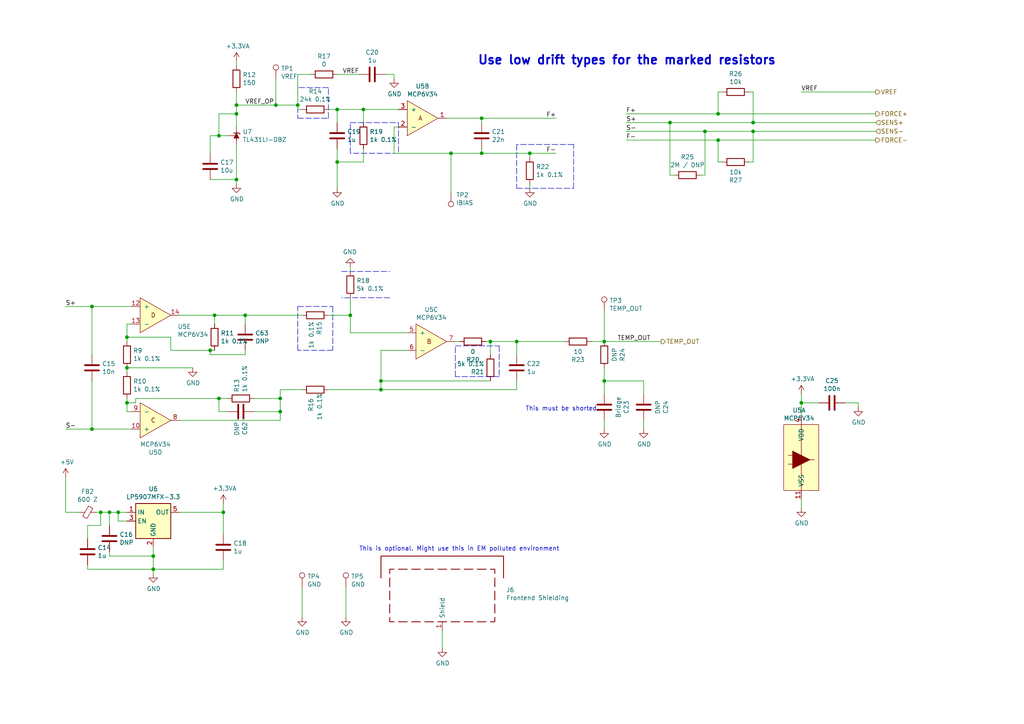
<source format=kicad_sch>
(kicad_sch (version 20211123) (generator eeschema)
  (paper "A4")
  (title_block (title "Reflow Oven Controller") (date "2020-02-18") (rev "v1.3.1") (company "Shimatta"))
  (lib_symbols
    (symbol "Connector:TestPoint" (pin_numbers hide) (pin_names (offset 0.762) hide)
      (property "Reference" "TP" (at 0 6.858 0))
      (property "Value" "TestPoint" (at 0 5.08 0))
      (symbol "TestPoint_0_1"
        (circle (center 0 3.302) (radius 0.762))
      )
      (symbol "TestPoint_1_1"
        (pin passive line (at 0 0 90) (length 2.54) (name "1") (number "1"))
      )
    )
    (symbol "Device:C" (pin_numbers hide) (pin_names (offset 0.254))
      (property "Reference" "C" (at 0.635 2.54 0))
      (property "Value" "C" (at 0.635 -2.54 0))
      (symbol "C_0_1"
        (polyline (pts (xy -2.032 -0.762) (xy 2.032 -0.762)) (stroke (width 0.508)))
        (polyline (pts (xy -2.032 0.762) (xy 2.032 0.762)) (stroke (width 0.508)))
      )
      (symbol "C_1_1"
        (pin passive line (at 0 3.81 270) (length 2.794) (name "~") (number "1"))
        (pin passive line (at 0 -3.81 90) (length 2.794) (name "~") (number "2"))
      )
    )
    (symbol "Device:Ferrite_Bead_Small" (pin_numbers hide) (pin_names (offset 0))
      (property "Reference" "FB" (at 1.905 1.27 0))
      (property "Value" "Device_Ferrite_Bead_Small" (at 1.905 -1.27 0))
      (symbol "Ferrite_Bead_Small_0_1"
        (polyline (pts (xy 0 -1.27) (xy 0 -0.7874)))
        (polyline (pts (xy 0 0.889) (xy 0 1.2954)))
        (polyline (pts (xy -1.8288 0.2794) (xy -1.1176 1.4986) (xy 1.8288 -0.2032) (xy 1.1176 -1.4224) (xy -1.8288 0.2794)))
      )
      (symbol "Ferrite_Bead_Small_1_1"
        (pin passive line (at 0 2.54 270) (length 1.27) (name "~") (number "1"))
        (pin passive line (at 0 -2.54 90) (length 1.27) (name "~") (number "2"))
      )
    )
    (symbol "Device:R" (pin_numbers hide) (pin_names (offset 0))
      (property "Reference" "R" (at 2.032 0 90))
      (property "Value" "R" (at 0 0 90))
      (symbol "R_0_1"
        (rectangle (start -1.016 -2.54) (end 1.016 2.54) (stroke (width 0.254)))
      )
      (symbol "R_1_1"
        (pin passive line (at 0 3.81 270) (length 1.27) (name "~") (number "1"))
        (pin passive line (at 0 -3.81 90) (length 1.27) (name "~") (number "2"))
      )
    )
    (symbol "Device:RF_Shield_Two_Pieces" (pin_names (offset 1.016))
      (property "Reference" "J" (at 0 5.08 0))
      (property "Value" "Device_RF_Shield_Two_Pieces" (at 0 2.54 0))
      (symbol "RF_Shield_Two_Pieces_0_1"
        (polyline (pts (xy -15.24 -5.08) (xy -15.24 -2.54)) (stroke (width 0.254)))
        (polyline (pts (xy -15.24 -1.27) (xy -15.24 1.27)) (stroke (width 0.254)))
        (polyline (pts (xy -15.24 2.54) (xy -15.24 5.08)) (stroke (width 0.254)))
        (polyline (pts (xy -12.7 7.62) (xy -10.16 7.62)) (stroke (width 0.254)))
        (polyline (pts (xy -10.16 -7.62) (xy -12.7 -7.62)) (stroke (width 0.254)))
        (polyline (pts (xy -6.35 -7.62) (xy -8.89 -7.62)) (stroke (width 0.254)))
        (polyline (pts (xy -6.35 7.62) (xy -8.89 7.62)) (stroke (width 0.254)))
        (polyline (pts (xy -2.54 -7.62) (xy -5.08 -7.62)) (stroke (width 0.254)))
        (polyline (pts (xy -2.54 7.62) (xy -5.08 7.62)) (stroke (width 0.254)))
        (polyline (pts (xy -1.27 -7.62) (xy 1.27 -7.62)) (stroke (width 0.254)))
        (polyline (pts (xy 1.27 7.62) (xy -1.27 7.62)) (stroke (width 0.254)))
        (polyline (pts (xy 2.54 -7.62) (xy 5.08 -7.62)) (stroke (width 0.254)))
        (polyline (pts (xy 5.08 7.62) (xy 2.54 7.62)) (stroke (width 0.254)))
        (polyline (pts (xy 6.35 -7.62) (xy 8.89 -7.62)) (stroke (width 0.254)))
        (polyline (pts (xy 8.89 7.62) (xy 6.35 7.62)) (stroke (width 0.254)))
        (polyline (pts (xy 10.16 -7.62) (xy 12.7 -7.62)) (stroke (width 0.254)))
        (polyline (pts (xy 12.7 7.62) (xy 10.16 7.62)) (stroke (width 0.254)))
        (polyline (pts (xy 15.24 -5.08) (xy 15.24 -2.54)) (stroke (width 0.254)))
        (polyline (pts (xy 15.24 -1.27) (xy 15.24 1.27)) (stroke (width 0.254)))
        (polyline (pts (xy 15.24 2.54) (xy 15.24 5.08)) (stroke (width 0.254)))
        (polyline (pts (xy -15.24 6.35) (xy -15.24 7.62) (xy -13.97 7.62)) (stroke (width 0.254)))
        (polyline (pts (xy -13.97 -7.62) (xy -15.24 -7.62) (xy -15.24 -6.35)) (stroke (width 0.254)))
        (polyline (pts (xy 13.97 -7.62) (xy 15.24 -7.62) (xy 15.24 -6.35)) (stroke (width 0.254)))
        (polyline (pts (xy 15.24 6.35) (xy 15.24 7.62) (xy 13.97 7.62)) (stroke (width 0.254)))
        (polyline (pts (xy -17.78 5.08) (xy -17.78 11.43) (xy 17.78 11.43) (xy 17.78 5.08)) (stroke (width 0.254)))
      )
      (symbol "RF_Shield_Two_Pieces_1_1"
        (pin passive line (at 0 -10.16 90) (length 2.54) (name "Shield") (number "1"))
      )
    )
    (symbol "Reference_Voltage:TL431DBZ" (pin_numbers hide) (pin_names hide)
      (property "Reference" "U" (at -2.54 2.54 0))
      (property "Value" "TL431DBZ" (at 0 -2.54 0))
      (symbol "TL431DBZ_0_1"
        (polyline (pts (xy -1.27 0) (xy 0 0) (xy 1.27 0)))
        (polyline (pts (xy -0.762 0.762) (xy 0.762 0) (xy -0.762 -0.762)) (fill (type outline)))
        (polyline (pts (xy 0.508 -1.016) (xy 0.762 -0.762) (xy 0.762 0.762) (xy 0.762 0.762)) (stroke (width 0.254)))
      )
      (symbol "TL431DBZ_1_1"
        (pin passive line (at 2.54 0 180) (length 2.54) (name "K") (number "1"))
        (pin passive line (at 0 2.54 270) (length 2.54) (name "REF") (number "2"))
        (pin passive line (at -2.54 0 0) (length 2.54) (name "A") (number "3"))
      )
    )
    (symbol "Regulator_Linear:LP5907MFX-3.3"
      (property "Reference" "U" (at -3.81 6.35 0))
      (property "Value" "LP5907MFX-3.3" (at 6.35 6.35 0))
      (symbol "LP5907MFX-3.3_0_1"
        (rectangle (start -5.08 -5.08) (end 5.08 5.08) (stroke (width 0.254)) (fill (type background)))
        (pin power_in line (at -7.62 2.54 0) (length 2.54) (name "IN") (number "1"))
        (pin power_in line (at 0 -7.62 90) (length 2.54) (name "GND") (number "2"))
        (pin input line (at -7.62 0 0) (length 2.54) (name "EN") (number "3"))
        (pin no_connect line (at 5.08 0 180) (length 2.54) hide (name "NC") (number "4"))
        (pin power_out line (at 7.62 2.54 180) (length 2.54) (name "OUT") (number "5"))
      )
    )
    (symbol "power:+3.3VA" (power) (pin_names (offset 0))
      (property "Value" "+3.3VA" (at 0 3.556 0))
      (symbol "+3.3VA_0_1"
        (polyline (pts (xy -0.762 1.27) (xy 0 2.54)))
        (polyline (pts (xy 0 0) (xy 0 2.54)))
        (polyline (pts (xy 0 2.54) (xy 0.762 1.27)))
      )
      (symbol "+3.3VA_1_1"
        (pin power_in line (at 0 0 90) (length 0) hide (name "+3.3VA") (number "1"))
      )
    )
    (symbol "power:+5V" (power) (pin_names (offset 0))
      (property "Value" "+5V" (at 0 3.556 0))
      (symbol "+5V_0_1"
        (polyline (pts (xy -0.762 1.27) (xy 0 2.54)))
        (polyline (pts (xy 0 0) (xy 0 2.54)))
        (polyline (pts (xy 0 2.54) (xy 0.762 1.27)))
      )
      (symbol "+5V_1_1"
        (pin power_in line (at 0 0 90) (length 0) hide (name "+5V") (number "1"))
      )
    )
    (symbol "power:GND" (power) (pin_names (offset 0))
      (property "Value" "GND" (at 0 -3.81 0))
      (symbol "GND_0_1"
        (polyline (pts (xy 0 0) (xy 0 -1.27) (xy 1.27 -1.27) (xy 0 -2.54) (xy -1.27 -1.27) (xy 0 -1.27)))
      )
      (symbol "GND_1_1"
        (pin power_in line (at 0 0 270) (length 0) hide (name "GND") (number "1"))
      )
    )
    (symbol "shimatta_analog:MCP6V34" (pin_names (offset 1.016))
      (property "Reference" "U" (at 11.43 -1.27 0))
      (property "Value" "MCP6V34" (at 12.7 1.27 0))
      (symbol "MCP6V34_1_1"
        (polyline (pts (xy 2.54 -11.43) (xy 1.27 -11.43)))
        (polyline (pts (xy 2.54 -8.89) (xy 1.27 -8.89)))
        (polyline (pts (xy 5.08 -11.43) (xy 5.08 -19.05)))
        (polyline (pts (xy 5.08 0) (xy 5.08 -8.89)))
        (polyline (pts (xy 7.62 -10.16) (xy 8.89 -10.16)))
        (polyline (pts (xy 2.54 -7.62) (xy 2.54 -11.43) (xy 2.54 -12.7) (xy 7.62 -10.16) (xy 2.54 -7.62)) (fill (type outline)))
        (rectangle (start 0 0) (end 10.16 -19.05) (fill (type background)))
        (pin power_in line (at 5.08 -21.59 90) (length 2.54) (name "VSS") (number "11"))
        (pin power_in line (at 5.08 2.54 270) (length 2.54) (name "VDD") (number "4"))
      )
      (symbol "MCP6V34_2_0"
        (text "A" (at 3.81 -5.08 0) (effects (font (size 1.27 1.27))))
      )
      (symbol "MCP6V34_2_1"
        (polyline (pts (xy 0 0) (xy 0 -10.16) (xy 8.89 -5.08) (xy 0 0)) (fill (type background)))
        (pin output line (at 11.43 -5.08 180) (length 2.54) (name "~") (number "1"))
        (pin input line (at -2.54 -7.62 0) (length 2.54) (name "-") (number "2"))
        (pin input line (at -2.54 -2.54 0) (length 2.54) (name "+") (number "3"))
      )
      (symbol "MCP6V34_3_0"
        (text "B" (at 3.81 -5.08 0) (effects (font (size 1.27 1.27))))
      )
      (symbol "MCP6V34_3_1"
        (polyline (pts (xy 0 0) (xy 0 -10.16) (xy 8.89 -5.08) (xy 0 0)) (fill (type background)))
        (pin input line (at -2.54 -2.54 0) (length 2.54) (name "+") (number "5"))
        (pin input line (at -2.54 -7.62 0) (length 2.54) (name "-") (number "6"))
        (pin output line (at 11.43 -5.08 180) (length 2.54) (name "~") (number "7"))
      )
      (symbol "MCP6V34_4_0"
        (text "C" (at 3.81 -5.08 0) (effects (font (size 1.27 1.27))))
      )
      (symbol "MCP6V34_4_1"
        (polyline (pts (xy 0 0) (xy 0 -10.16) (xy 8.89 -5.08) (xy 0 0)) (fill (type background)))
        (pin input line (at -2.54 -2.54 0) (length 2.54) (name "+") (number "10"))
        (pin output line (at 11.43 -5.08 180) (length 2.54) (name "~") (number "8"))
        (pin input line (at -2.54 -7.62 0) (length 2.54) (name "-") (number "9"))
      )
      (symbol "MCP6V34_5_0"
        (text "D" (at 3.81 -5.08 0) (effects (font (size 1.27 1.27))))
      )
      (symbol "MCP6V34_5_1"
        (polyline (pts (xy 0 0) (xy 0 -10.16) (xy 8.89 -5.08) (xy 0 0)) (fill (type background)))
        (pin input line (at -2.54 -2.54 0) (length 2.54) (name "+") (number "12"))
        (pin input line (at -2.54 -7.62 0) (length 2.54) (name "-") (number "13"))
        (pin output line (at 11.43 -5.08 180) (length 2.54) (name "~") (number "14"))
      )
    )
  )
  (junction (at 26.67 124.46))
  (junction (at 68.58 33.02))
  (junction (at 64.77 148.59))
  (junction (at 34.29 148.59))
  (junction (at 44.45 161.29))
  (junction (at 81.28 119.38))
  (junction (at 62.23 91.44))
  (junction (at 31.75 148.59))
  (junction (at 36.83 106.68))
  (junction (at 63.5 115.57))
  (junction (at 218.44 35.56))
  (junction (at 97.79 46.99))
  (junction (at 63.5 39.37))
  (junction (at 101.6 91.44))
  (junction (at 139.7 44.45))
  (junction (at 105.41 31.75))
  (junction (at 204.47 38.1))
  (junction (at 68.58 52.07))
  (junction (at 149.86 99.06))
  (junction (at 130.81 44.45))
  (junction (at 71.12 91.44))
  (junction (at 110.49 110.49))
  (junction (at 36.83 116.84))
  (junction (at 26.67 88.9))
  (junction (at 68.58 30.48))
  (junction (at 175.26 99.06))
  (junction (at 36.83 97.79))
  (junction (at 139.7 34.29))
  (junction (at 29.21 148.59))
  (junction (at 153.67 44.45))
  (junction (at 110.49 113.03))
  (junction (at 142.24 99.06))
  (junction (at 218.44 38.1))
  (junction (at 81.28 115.57))
  (junction (at 80.01 30.48))
  (junction (at 60.96 101.6))
  (junction (at 97.79 31.75))
  (junction (at 175.26 110.49))
  (junction (at 194.31 35.56))
  (junction (at 208.28 40.64))
  (junction (at 86.36 30.48))
  (junction (at 208.28 33.02))
  (junction (at 232.41 116.84))
  (junction (at 44.45 165.1))
  (wire (pts (xy 209.55 26.67) (xy 208.28 26.67)))
  (wire (pts (xy 132.08 99.06) (xy 133.35 99.06)))
  (wire (pts (xy 19.05 124.46) (xy 26.67 124.46)))
  (wire (pts (xy 25.4 163.83) (xy 25.4 165.1)))
  (wire (pts (xy 129.54 34.29) (xy 139.7 34.29)))
  (polyline (pts (xy 166.37 54.61) (xy 166.37 41.91)))
  (wire (pts (xy 114.3 22.86) (xy 114.3 21.59)))
  (wire (pts (xy 52.07 121.92) (xy 81.28 121.92)))
  (wire (pts (xy 130.81 44.45) (xy 139.7 44.45)))
  (wire (pts (xy 62.23 91.44) (xy 71.12 91.44)))
  (wire (pts (xy 97.79 31.75) (xy 105.41 31.75)))
  (wire (pts (xy 71.12 101.6) (xy 71.12 102.87)))
  (wire (pts (xy 19.05 148.59) (xy 22.86 148.59)))
  (wire (pts (xy 86.36 30.48) (xy 86.36 21.59)))
  (wire (pts (xy 68.58 33.02) (xy 68.58 36.83)))
  (wire (pts (xy 29.21 148.59) (xy 29.21 152.4)))
  (polyline (pts (xy 113.03 86.36) (xy 99.06 86.36)))
  (wire (pts (xy 52.07 148.59) (xy 64.77 148.59)))
  (wire (pts (xy 110.49 110.49) (xy 110.49 101.6)))
  (wire (pts (xy 29.21 152.4) (xy 25.4 152.4)))
  (wire (pts (xy 186.69 114.3) (xy 186.69 110.49)))
  (wire (pts (xy 27.94 148.59) (xy 29.21 148.59)))
  (wire (pts (xy 142.24 102.87) (xy 142.24 99.06)))
  (wire (pts (xy 34.29 148.59) (xy 36.83 148.59)))
  (polyline (pts (xy 132.08 109.22) (xy 132.08 100.33)))
  (wire (pts (xy 203.2 50.8) (xy 204.47 50.8)))
  (wire (pts (xy 105.41 31.75) (xy 105.41 35.56)))
  (wire (pts (xy 175.26 114.3) (xy 175.26 110.49)))
  (polyline (pts (xy 115.57 44.45) (xy 101.6 44.45)))
  (wire (pts (xy 218.44 46.99) (xy 217.17 46.99)))
  (wire (pts (xy 36.83 107.95) (xy 36.83 106.68)))
  (polyline (pts (xy 101.6 44.45) (xy 101.6 35.56)))
  (wire (pts (xy 71.12 93.98) (xy 71.12 91.44)))
  (wire (pts (xy 63.5 39.37) (xy 63.5 33.02)))
  (wire (pts (xy 39.37 115.57) (xy 63.5 115.57)))
  (wire (pts (xy 62.23 101.6) (xy 60.96 101.6)))
  (wire (pts (xy 95.25 91.44) (xy 101.6 91.44)))
  (wire (pts (xy 105.41 46.99) (xy 97.79 46.99)))
  (wire (pts (xy 68.58 52.07) (xy 68.58 53.34)))
  (wire (pts (xy 36.83 151.13) (xy 34.29 151.13)))
  (wire (pts (xy 110.49 113.03) (xy 110.49 110.49)))
  (wire (pts (xy 38.1 93.98) (xy 36.83 93.98)))
  (wire (pts (xy 64.77 148.59) (xy 64.77 146.05)))
  (wire (pts (xy 218.44 35.56) (xy 254 35.56)))
  (wire (pts (xy 60.96 39.37) (xy 63.5 39.37)))
  (wire (pts (xy 175.26 99.06) (xy 191.77 99.06)))
  (wire (pts (xy 68.58 17.78) (xy 68.58 19.05)))
  (wire (pts (xy 149.86 102.87) (xy 149.86 99.06)))
  (wire (pts (xy 80.01 22.86) (xy 80.01 30.48)))
  (wire (pts (xy 149.86 113.03) (xy 110.49 113.03)))
  (wire (pts (xy 217.17 26.67) (xy 218.44 26.67)))
  (wire (pts (xy 73.66 119.38) (xy 81.28 119.38)))
  (wire (pts (xy 25.4 152.4) (xy 25.4 156.21)))
  (wire (pts (xy 19.05 138.43) (xy 19.05 148.59)))
  (wire (pts (xy 31.75 160.02) (xy 31.75 161.29)))
  (wire (pts (xy 39.37 116.84) (xy 39.37 115.57)))
  (wire (pts (xy 204.47 38.1) (xy 204.47 50.8)))
  (wire (pts (xy 60.96 102.87) (xy 60.96 101.6)))
  (wire (pts (xy 60.96 52.07) (xy 68.58 52.07)))
  (wire (pts (xy 95.25 113.03) (xy 110.49 113.03)))
  (wire (pts (xy 153.67 54.61) (xy 153.67 53.34)))
  (wire (pts (xy 64.77 148.59) (xy 64.77 154.94)))
  (wire (pts (xy 186.69 121.92) (xy 186.69 124.46)))
  (wire (pts (xy 175.26 121.92) (xy 175.26 124.46)))
  (wire (pts (xy 100.33 170.18) (xy 100.33 179.07)))
  (wire (pts (xy 153.67 44.45) (xy 161.29 44.45)))
  (wire (pts (xy 19.05 88.9) (xy 26.67 88.9)))
  (polyline (pts (xy 115.57 35.56) (xy 115.57 44.45)))
  (wire (pts (xy 181.61 35.56) (xy 194.31 35.56)))
  (wire (pts (xy 101.6 91.44) (xy 101.6 96.52)))
  (wire (pts (xy 29.21 148.59) (xy 31.75 148.59)))
  (wire (pts (xy 60.96 101.6) (xy 49.53 101.6)))
  (wire (pts (xy 31.75 148.59) (xy 34.29 148.59)))
  (wire (pts (xy 248.92 116.84) (xy 248.92 118.11)))
  (wire (pts (xy 139.7 35.56) (xy 139.7 34.29)))
  (wire (pts (xy 153.67 44.45) (xy 153.67 45.72)))
  (wire (pts (xy 86.36 21.59) (xy 90.17 21.59)))
  (polyline (pts (xy 96.52 101.6) (xy 86.36 101.6)))
  (wire (pts (xy 194.31 35.56) (xy 218.44 35.56)))
  (wire (pts (xy 34.29 151.13) (xy 34.29 148.59)))
  (wire (pts (xy 105.41 43.18) (xy 105.41 46.99)))
  (wire (pts (xy 86.36 31.75) (xy 87.63 31.75)))
  (wire (pts (xy 87.63 113.03) (xy 81.28 113.03)))
  (wire (pts (xy 52.07 91.44) (xy 62.23 91.44)))
  (wire (pts (xy 63.5 39.37) (xy 66.04 39.37)))
  (wire (pts (xy 97.79 21.59) (xy 104.14 21.59)))
  (wire (pts (xy 139.7 43.18) (xy 139.7 44.45)))
  (wire (pts (xy 171.45 99.06) (xy 175.26 99.06)))
  (wire (pts (xy 26.67 124.46) (xy 38.1 124.46)))
  (wire (pts (xy 64.77 165.1) (xy 44.45 165.1)))
  (wire (pts (xy 36.83 97.79) (xy 36.83 99.06)))
  (wire (pts (xy 63.5 119.38) (xy 63.5 115.57)))
  (wire (pts (xy 44.45 158.75) (xy 44.45 161.29)))
  (wire (pts (xy 149.86 110.49) (xy 149.86 113.03)))
  (wire (pts (xy 114.3 36.83) (xy 114.3 44.45)))
  (wire (pts (xy 204.47 38.1) (xy 218.44 38.1)))
  (wire (pts (xy 110.49 110.49) (xy 142.24 110.49)))
  (wire (pts (xy 49.53 97.79) (xy 36.83 97.79)))
  (wire (pts (xy 101.6 91.44) (xy 101.6 86.36)))
  (wire (pts (xy 86.36 31.75) (xy 86.36 30.48)))
  (wire (pts (xy 208.28 26.67) (xy 208.28 33.02)))
  (wire (pts (xy 64.77 162.56) (xy 64.77 165.1)))
  (polyline (pts (xy 86.36 88.9) (xy 96.52 88.9)))
  (wire (pts (xy 186.69 110.49) (xy 175.26 110.49)))
  (wire (pts (xy 26.67 110.49) (xy 26.67 124.46)))
  (wire (pts (xy 101.6 78.74) (xy 101.6 77.47)))
  (wire (pts (xy 232.41 147.32) (xy 232.41 144.78)))
  (wire (pts (xy 97.79 54.61) (xy 97.79 46.99)))
  (wire (pts (xy 209.55 46.99) (xy 208.28 46.99)))
  (wire (pts (xy 175.26 90.17) (xy 175.26 99.06)))
  (wire (pts (xy 110.49 101.6) (xy 118.11 101.6)))
  (wire (pts (xy 68.58 26.67) (xy 68.58 30.48)))
  (polyline (pts (xy 149.86 41.91) (xy 149.86 54.61)))
  (wire (pts (xy 194.31 50.8) (xy 195.58 50.8)))
  (wire (pts (xy 26.67 102.87) (xy 26.67 88.9)))
  (wire (pts (xy 194.31 35.56) (xy 194.31 50.8)))
  (wire (pts (xy 36.83 116.84) (xy 36.83 119.38)))
  (wire (pts (xy 181.61 38.1) (xy 204.47 38.1)))
  (polyline (pts (xy 95.25 25.4) (xy 86.36 25.4)))
  (wire (pts (xy 66.04 119.38) (xy 63.5 119.38)))
  (wire (pts (xy 68.58 41.91) (xy 68.58 52.07)))
  (wire (pts (xy 245.11 116.84) (xy 248.92 116.84)))
  (wire (pts (xy 114.3 44.45) (xy 130.81 44.45)))
  (polyline (pts (xy 132.08 100.33) (xy 144.78 100.33)))
  (polyline (pts (xy 86.36 24.13) (xy 86.36 34.29)))
  (wire (pts (xy 80.01 30.48) (xy 86.36 30.48)))
  (wire (pts (xy 26.67 88.9) (xy 38.1 88.9)))
  (wire (pts (xy 232.41 116.84) (xy 237.49 116.84)))
  (wire (pts (xy 208.28 40.64) (xy 254 40.64)))
  (wire (pts (xy 81.28 115.57) (xy 81.28 119.38)))
  (polyline (pts (xy 99.06 78.74) (xy 113.03 78.74)))
  (wire (pts (xy 87.63 170.18) (xy 87.63 179.07)))
  (wire (pts (xy 36.83 106.68) (xy 55.88 106.68)))
  (wire (pts (xy 149.86 99.06) (xy 163.83 99.06)))
  (wire (pts (xy 71.12 102.87) (xy 60.96 102.87)))
  (wire (pts (xy 25.4 165.1) (xy 44.45 165.1)))
  (wire (pts (xy 97.79 46.99) (xy 97.79 43.18)))
  (wire (pts (xy 101.6 96.52) (xy 118.11 96.52)))
  (polyline (pts (xy 86.36 101.6) (xy 86.36 88.9)))
  (wire (pts (xy 232.41 120.65) (xy 232.41 116.84)))
  (wire (pts (xy 218.44 26.67) (xy 218.44 35.56)))
  (wire (pts (xy 60.96 44.45) (xy 60.96 39.37)))
  (wire (pts (xy 218.44 38.1) (xy 218.44 46.99)))
  (polyline (pts (xy 96.52 88.9) (xy 96.52 101.6)))
  (wire (pts (xy 44.45 161.29) (xy 44.45 165.1)))
  (wire (pts (xy 36.83 115.57) (xy 36.83 116.84)))
  (polyline (pts (xy 86.36 34.29) (xy 95.25 34.29)))
  (wire (pts (xy 68.58 30.48) (xy 80.01 30.48)))
  (wire (pts (xy 139.7 44.45) (xy 153.67 44.45)))
  (wire (pts (xy 97.79 35.56) (xy 97.79 31.75)))
  (wire (pts (xy 128.27 182.88) (xy 128.27 187.96)))
  (wire (pts (xy 73.66 115.57) (xy 81.28 115.57)))
  (wire (pts (xy 139.7 34.29) (xy 161.29 34.29)))
  (wire (pts (xy 71.12 91.44) (xy 87.63 91.44)))
  (polyline (pts (xy 166.37 41.91) (xy 149.86 41.91)))
  (polyline (pts (xy 144.78 109.22) (xy 132.08 109.22)))
  (wire (pts (xy 44.45 165.1) (xy 44.45 166.37)))
  (wire (pts (xy 232.41 116.84) (xy 232.41 114.3)))
  (polyline (pts (xy 144.78 100.33) (xy 144.78 109.22)))
  (wire (pts (xy 181.61 33.02) (xy 208.28 33.02)))
  (wire (pts (xy 95.25 31.75) (xy 97.79 31.75)))
  (polyline (pts (xy 149.86 54.61) (xy 166.37 54.61)))
  (polyline (pts (xy 101.6 35.56) (xy 115.57 35.56)))
  (wire (pts (xy 115.57 36.83) (xy 114.3 36.83)))
  (wire (pts (xy 81.28 113.03) (xy 81.28 115.57)))
  (wire (pts (xy 218.44 38.1) (xy 254 38.1)))
  (wire (pts (xy 232.41 26.67) (xy 254 26.67)))
  (wire (pts (xy 36.83 116.84) (xy 39.37 116.84)))
  (wire (pts (xy 130.81 55.88) (xy 130.81 44.45)))
  (wire (pts (xy 175.26 110.49) (xy 175.26 106.68)))
  (wire (pts (xy 105.41 31.75) (xy 115.57 31.75)))
  (wire (pts (xy 49.53 101.6) (xy 49.53 97.79)))
  (wire (pts (xy 36.83 119.38) (xy 38.1 119.38)))
  (wire (pts (xy 114.3 21.59) (xy 111.76 21.59)))
  (wire (pts (xy 31.75 148.59) (xy 31.75 152.4)))
  (wire (pts (xy 208.28 46.99) (xy 208.28 40.64)))
  (polyline (pts (xy 95.25 34.29) (xy 95.25 25.4)))
  (wire (pts (xy 63.5 33.02) (xy 68.58 33.02)))
  (wire (pts (xy 63.5 115.57) (xy 66.04 115.57)))
  (wire (pts (xy 142.24 99.06) (xy 149.86 99.06)))
  (wire (pts (xy 81.28 119.38) (xy 81.28 121.92)))
  (wire (pts (xy 208.28 33.02) (xy 254 33.02)))
  (wire (pts (xy 140.97 99.06) (xy 142.24 99.06)))
  (wire (pts (xy 36.83 93.98) (xy 36.83 97.79)))
  (wire (pts (xy 68.58 30.48) (xy 68.58 33.02)))
  (wire (pts (xy 62.23 93.98) (xy 62.23 91.44)))
  (wire (pts (xy 181.61 40.64) (xy 208.28 40.64)))
  (wire (pts (xy 31.75 161.29) (xy 44.45 161.29)))
  (text "This is optional. Might use this in EM polluted environment" (at 104.14 160.02 0) (effects (font (size 1.27 1.27)) (justify left bottom)))
  (text "Use low drift types for the marked resistors" (at 138.43 19.05 0) (effects (font (size 2.54 2.54) (thickness 0.508) bold) (justify left bottom)))
  (text "This must be shorted\n" (at 152.4 119.38 0) (effects (font (size 1.27 1.27)) (justify left bottom)))
  (label "F-" (at 161.29 44.45 180))
  (label "F-" (at 181.61 40.64 0))
  (label "VREF_OP" (at 71.12 30.48 0))
  (label "VREF" (at 104.14 21.59 180))
  (label "TEMP_OUT" (at 179.07 99.06 0))
  (label "F+" (at 181.61 33.02 0))
  (label "S+" (at 181.61 35.56 0))
  (label "F+" (at 161.29 34.29 180))
  (label "S+" (at 19.05 88.9 0))
  (label "S-" (at 19.05 124.46 0))
  (label "VREF" (at 232.41 26.67 0))
  (label "S-" (at 181.61 38.1 0))
  (hierarchical_label "VREF" (shape output) (at 254 26.67 0))
  (hierarchical_label "SENS+" (shape input) (at 254 35.56 0))
  (hierarchical_label "TEMP_OUT" (shape output) (at 191.77 99.06 0))
  (hierarchical_label "FORCE+" (shape output) (at 254 33.02 0))
  (hierarchical_label "SENS-" (shape input) (at 254 38.1 0))
  (hierarchical_label "FORCE-" (shape output) (at 254 40.64 0))
  (symbol (lib_id "Device:R") (at 153.67 49.53 0) (unit 1)
    (property "Reference" "R22" (at 155.448 48.3616 0) (effects (justify left)))
    (property "Value" "1k 0.1%" (at 155.448 50.673 0) (effects (justify left)))
    (property "Footprint" "Resistor_SMD:R_0603_1608Metric" (effects hide))
    (property "Datasheet" "https://www.mouser.de/datasheet/2/303/APC-1-15.34-911303.pdf" (effects hide))
    (property "MouserPartNo" "284-APC0603B1K00N" (effects hide))
  )
  (symbol (lib_id "power:GND") (at 153.67 54.61 0) (unit 1)
    (property "Reference" "#PWR045" (effects hide))
    (property "Value" "GND" (at 153.797 59.0042 0))
  )
  (symbol (lib_id "Device:C") (at 241.3 116.84 270) (unit 1)
    (property "Reference" "C25" (at 241.3 110.4392 90))
    (property "Value" "100n" (at 241.3 112.7506 90))
    (property "Footprint" "Capacitor_SMD:C_0603_1608Metric" (effects hide))
    (property "Datasheet" "https://www.mouser.de/datasheet/2/40/AutoMLCC-777028.pdf" (effects hide))
    (property "MouserPartNo" "581-06031C104K4T2A" (effects hide))
  )
  (symbol (lib_id "power:GND") (at 248.92 118.11 0) (unit 1)
    (property "Reference" "#PWR050" (effects hide))
    (property "Value" "GND" (at 249.047 122.5042 0))
  )
  (symbol (lib_id "Device:C") (at 139.7 39.37 0) (unit 1)
    (property "Reference" "C21" (at 142.621 38.2016 0) (effects (justify left)))
    (property "Value" "22n" (at 142.621 40.513 0) (effects (justify left)))
    (property "Footprint" "Capacitor_SMD:C_0603_1608Metric" (effects hide))
    (property "Datasheet" "https://www.mouser.de/datasheet/2/40/X7RDielectric-777024.pdf" (effects hide))
    (property "MouserPartNo" "581-0603ZC223KAT2A" (effects hide))
  )
  (symbol (lib_id "Device:R") (at 68.58 22.86 0) (unit 1)
    (property "Reference" "R12" (at 70.358 21.6916 0) (effects (justify left)))
    (property "Value" "150" (at 70.358 24.003 0) (effects (justify left)))
    (property "Footprint" "Resistor_SMD:R_0603_1608Metric" (effects hide))
  )
  (symbol (lib_id "power:GND") (at 68.58 53.34 0) (unit 1)
    (property "Reference" "#PWR040" (effects hide))
    (property "Value" "GND" (at 68.707 57.7342 0))
  )
  (symbol (lib_id "Device:C") (at 97.79 39.37 0) (unit 1)
    (property "Reference" "C19" (at 100.711 38.2016 0) (effects (justify left)))
    (property "Value" "1u" (at 100.711 40.513 0) (effects (justify left)))
    (property "Footprint" "Capacitor_SMD:C_0603_1608Metric" (effects hide))
    (property "Datasheet" "https://www.mouser.de/datasheet/2/212/KEM_C1002_X7R_SMD-1102033.pdf" (effects hide))
    (property "MouserPartNo" "80-C0603C105K4RLR" (effects hide))
  )
  (symbol (lib_id "Device:R") (at 91.44 31.75 270) (unit 1)
    (property "Reference" "R14" (at 91.44 26.4922 90))
    (property "Value" "24k 0.1%" (at 91.44 28.8036 90))
    (property "Footprint" "Resistor_SMD:R_0603_1608Metric" (effects hide))
    (property "Datasheet" "https://www.mouser.de/datasheet/2/418/4/NG_DS_1773270-2_A-1534319.pdf" (effects hide))
    (property "MouserPartNo" "279-RQ73C1J24K9BTDF" (effects hide))
  )
  (symbol (lib_id "Device:R") (at 105.41 39.37 0) (unit 1)
    (property "Reference" "R19" (at 107.188 38.2016 0) (effects (justify left)))
    (property "Value" "1k 0.1%" (at 107.188 40.513 0) (effects (justify left)))
    (property "Footprint" "Resistor_SMD:R_0603_1608Metric" (effects hide))
    (property "Datasheet" "https://www.mouser.de/datasheet/2/303/APC-1-15.34-911303.pdf" (effects hide))
    (property "MouserPartNo" "284-APC0603B1K00N" (effects hide))
  )
  (symbol (lib_id "Device:R") (at 93.98 21.59 270) (unit 1)
    (property "Reference" "R17" (at 93.98 16.3322 90))
    (property "Value" "0" (at 93.98 18.6436 90))
    (property "Footprint" "Resistor_SMD:R_0603_1608Metric" (effects hide))
  )
  (symbol (lib_id "Device:C") (at 107.95 21.59 270) (unit 1)
    (property "Reference" "C20" (at 107.95 15.1892 90))
    (property "Value" "1u" (at 107.95 17.5006 90))
    (property "Footprint" "Capacitor_SMD:C_0603_1608Metric" (effects hide))
    (property "Datasheet" "https://www.mouser.de/datasheet/2/212/KEM_C1002_X7R_SMD-1102033.pdf" (effects hide))
    (property "MouserPartNo" "80-C0603C105K4RLR" (effects hide))
  )
  (symbol (lib_id "power:GND") (at 114.3 22.86 0) (unit 1)
    (property "Reference" "#PWR043" (effects hide))
    (property "Value" "GND" (at 114.427 27.2542 0))
  )
  (symbol (lib_id "Device:R") (at 175.26 102.87 180) (unit 1)
    (property "Reference" "R24" (at 180.5178 102.87 90))
    (property "Value" "DNP" (at 178.2064 102.87 90))
    (property "Footprint" "Resistor_SMD:R_0603_1608Metric" (effects hide))
  )
  (symbol (lib_id "power:GND") (at 97.79 54.61 0) (unit 1)
    (property "Reference" "#PWR041" (effects hide))
    (property "Value" "GND" (at 97.917 59.0042 0))
  )
  (symbol (lib_id "Device:C") (at 26.67 106.68 0) (unit 1)
    (property "Reference" "C15" (at 29.591 105.5116 0) (effects (justify left)))
    (property "Value" "10n" (at 29.591 107.823 0) (effects (justify left)))
    (property "Footprint" "Capacitor_SMD:C_0603_1608Metric" (effects hide))
    (property "Datasheet" "https://www.mouser.de/datasheet/2/40/licc-776614.pdf" (effects hide))
    (property "MouserPartNo" "581-03063C103K4T2A" (effects hide))
  )
  (symbol (lib_id "Device:C") (at 175.26 118.11 0) (unit 1)
    (property "Reference" "C23" (at 181.6608 118.11 90))
    (property "Value" "Bridge" (at 179.3494 118.11 90))
    (property "Footprint" "Capacitor_SMD:C_0603_1608Metric" (effects hide))
  )
  (symbol (lib_id "power:GND") (at 175.26 124.46 0) (unit 1)
    (property "Reference" "#PWR046" (effects hide))
    (property "Value" "GND" (at 175.387 128.8542 0))
  )
  (symbol (lib_id "Device:R") (at 36.83 111.76 0) (unit 1)
    (property "Reference" "R10" (at 38.608 110.5916 0) (effects (justify left)))
    (property "Value" "1k 0.1%" (at 38.608 112.903 0) (effects (justify left)))
    (property "Footprint" "Resistor_SMD:R_0603_1608Metric" (effects hide))
    (property "Datasheet" "https://www.mouser.de/datasheet/2/303/APC-1-15.34-911303.pdf" (effects hide))
    (property "MouserPartNo" "284-APC0603B1K00N" (effects hide))
  )
  (symbol (lib_id "Device:R") (at 36.83 102.87 0) (unit 1)
    (property "Reference" "R9" (at 38.608 101.7016 0) (effects (justify left)))
    (property "Value" "1k 0.1%" (at 38.608 104.013 0) (effects (justify left)))
    (property "Footprint" "Resistor_SMD:R_0603_1608Metric" (effects hide))
    (property "Datasheet" "https://www.mouser.de/datasheet/2/303/APC-1-15.34-911303.pdf" (effects hide))
    (property "MouserPartNo" "284-APC0603B1K00N" (effects hide))
  )
  (symbol (lib_id "Device:R") (at 91.44 91.44 270) (unit 1)
    (property "Reference" "R15" (at 92.6084 93.218 0) (effects (justify left)))
    (property "Value" "1k 0.1%" (at 90.297 93.218 0) (effects (justify left)))
    (property "Footprint" "Resistor_SMD:R_0603_1608Metric" (effects hide))
    (property "Datasheet" "https://www.mouser.de/datasheet/2/303/APC-1-15.34-911303.pdf" (effects hide))
    (property "MouserPartNo" "284-APC0603B1K00N" (effects hide))
  )
  (symbol (lib_id "Device:R") (at 101.6 82.55 0) (unit 1)
    (property "Reference" "R18" (at 103.378 81.3816 0) (effects (justify left)))
    (property "Value" "5k 0.1%" (at 103.378 83.693 0) (effects (justify left)))
    (property "Footprint" "Resistor_SMD:R_0603_1608Metric" (effects hide))
    (property "Datasheet" "https://www.mouser.de/datasheet/2/447/PYu-RT_1-to-0.01_RoHS_L_11-1669912.pdf" (effects hide))
    (property "MouserPartNo" "603-RT0603BRE075KL\r" (effects hide))
  )
  (symbol (lib_id "power:GND") (at 101.6 77.47 180) (unit 1)
    (property "Reference" "#PWR042" (effects hide))
    (property "Value" "GND" (at 101.473 73.0758 0))
  )
  (symbol (lib_id "Device:R") (at 91.44 113.03 90) (unit 1)
    (property "Reference" "R16" (at 90.17 119.38 0) (effects (justify left)))
    (property "Value" "1k 0.1%" (at 92.71 121.92 0) (effects (justify left)))
    (property "Footprint" "Resistor_SMD:R_0603_1608Metric" (effects hide))
    (property "Datasheet" "https://www.mouser.de/datasheet/2/303/APC-1-15.34-911303.pdf" (effects hide))
    (property "MouserPartNo" "284-APC0603B1K00N" (effects hide))
  )
  (symbol (lib_id "Device:R") (at 142.24 106.68 180) (unit 1)
    (property "Reference" "R21" (at 140.462 107.8484 0) (effects (justify left)))
    (property "Value" "5k 0.1%" (at 140.462 105.537 0) (effects (justify left)))
    (property "Footprint" "Resistor_SMD:R_0603_1608Metric" (effects hide))
    (property "Datasheet" "https://www.mouser.de/datasheet/2/447/PYu-RT_1-to-0.01_RoHS_L_11-1669912.pdf" (effects hide))
    (property "MouserPartNo" "603-RT0603BRE075KL\r" (effects hide))
  )
  (symbol (lib_id "shimatta_analog:MCP6V34") (at 40.64 86.36 0) (unit 5)
    (property "Reference" "U5" (at 51.5112 94.7166 0) (effects (justify left)))
    (property "Value" "MCP6V34" (at 51.5112 97.028 0) (effects (justify left)))
    (property "Footprint" "Package_SO:TSSOP-14_4.4x5mm_P0.65mm" (effects hide))
    (property "Datasheet" "https://www.mouser.de/datasheet/2/268/20005127B-1099366.pdf" (effects hide))
    (property "MouserPartNo" "579­MCP6V34­E/ST" (effects hide))
  )
  (symbol (lib_id "power:GND") (at 232.41 147.32 0) (unit 1)
    (property "Reference" "#PWR049" (effects hide))
    (property "Value" "GND" (at 232.537 151.7142 0))
  )
  (symbol (lib_id "Connector:TestPoint") (at 175.26 90.17 0) (unit 1)
    (property "Reference" "TP3" (at 176.7332 87.1728 0) (effects (justify left)))
    (property "Value" "TEMP_OUT" (at 176.7332 89.4842 0) (effects (justify left)))
    (property "Footprint" "TestPoint:TestPoint_Pad_D1.5mm" (effects hide))
  )
  (symbol (lib_id "Connector:TestPoint") (at 80.01 22.86 0) (unit 1)
    (property "Reference" "TP1" (at 81.4832 19.8628 0) (effects (justify left)))
    (property "Value" "VREF" (at 81.4832 22.1742 0) (effects (justify left)))
    (property "Footprint" "TestPoint:TestPoint_Pad_D1.5mm" (effects hide))
  )
  (symbol (lib_id "shimatta_analog:MCP6V34") (at 120.65 93.98 0) (unit 3)
    (property "Reference" "U5" (at 125.095 89.789 0))
    (property "Value" "MCP6V34" (at 125.095 92.1004 0))
    (property "Footprint" "Package_SO:TSSOP-14_4.4x5mm_P0.65mm" (effects hide))
    (property "Datasheet" "https://www.mouser.de/datasheet/2/268/20005127B-1099366.pdf" (effects hide))
    (property "MouserPartNo" "579­MCP6V34­E/ST" (effects hide))
  )
  (symbol (lib_id "Connector:TestPoint") (at 130.81 55.88 180) (unit 1)
    (property "Reference" "TP2" (at 132.2832 56.5404 0) (effects (justify right)))
    (property "Value" "IBIAS" (at 132.2832 58.8518 0) (effects (justify right)))
    (property "Footprint" "TestPoint:TestPoint_Pad_D1.5mm" (effects hide))
  )
  (symbol (lib_id "shimatta_analog:MCP6V34") (at 40.64 127 0) (mirror x) (unit 4)
    (property "Reference" "U5" (at 45.085 131.191 0))
    (property "Value" "MCP6V34" (at 45.085 128.8796 0))
    (property "Footprint" "Package_SO:TSSOP-14_4.4x5mm_P0.65mm" (effects hide))
    (property "Datasheet" "https://www.mouser.de/datasheet/2/268/20005127B-1099366.pdf" (effects hide))
    (property "MouserPartNo" "579­MCP6V34­E/ST" (effects hide))
  )
  (symbol (lib_id "shimatta_analog:MCP6V34") (at 227.33 123.19 0) (unit 1)
    (property "Reference" "U5" (at 231.775 118.999 0))
    (property "Value" "MCP6V34" (at 231.775 121.3104 0))
    (property "Footprint" "Package_SO:TSSOP-14_4.4x5mm_P0.65mm" (effects hide))
    (property "Datasheet" "https://www.mouser.de/datasheet/2/268/20005127B-1099366.pdf" (effects hide))
    (property "MouserPartNo" "579­MCP6V34­E/ST" (effects hide))
  )
  (symbol (lib_id "shimatta_analog:MCP6V34") (at 118.11 29.21 0) (unit 2)
    (property "Reference" "U5" (at 122.555 25.019 0))
    (property "Value" "MCP6V34" (at 122.555 27.3304 0))
    (property "Footprint" "Package_SO:TSSOP-14_4.4x5mm_P0.65mm" (effects hide))
    (property "Datasheet" "https://www.mouser.de/datasheet/2/268/20005127B-1099366.pdf" (effects hide))
    (property "MouserPartNo" "579­MCP6V34­E/ST" (effects hide))
  )
  (symbol (lib_id "Reference_Voltage:TL431DBZ") (at 68.58 39.37 90) (unit 1)
    (property "Reference" "U7" (at 70.358 38.2016 90) (effects (justify right)))
    (property "Value" "TL431LI-DBZ" (at 70.358 40.513 90) (effects (justify right)))
    (property "Footprint" "Package_TO_SOT_SMD:SOT-23" (effects hide))
    (property "Datasheet" "http://www.ti.com/lit/ds/symlink/tl431.pdf" (effects hide))
    (property "MouserPartNo" "595-TL431LIACDBZR" (effects hide))
  )
  (symbol (lib_id "Device:C") (at 60.96 48.26 0) (unit 1)
    (property "Reference" "C17" (at 63.881 47.0916 0) (effects (justify left)))
    (property "Value" "10u" (at 63.881 49.403 0) (effects (justify left)))
    (property "Footprint" "Capacitor_SMD:C_0805_2012Metric" (effects hide))
    (property "Datasheet" "https://www.mouser.de/datasheet/2/585/MLCC-1837944.pdf" (effects hide))
    (property "MouserPartNo" "187-CL21A106KPFNNNG" (effects hide))
  )
  (symbol (lib_id "power:+3.3VA") (at 68.58 17.78 0) (unit 1)
    (property "Reference" "#PWR039" (effects hide))
    (property "Value" "+3.3VA" (at 68.961 13.3858 0))
  )
  (symbol (lib_id "power:+3.3VA") (at 232.41 114.3 0) (unit 1)
    (property "Reference" "#PWR048" (effects hide))
    (property "Value" "+3.3VA" (at 232.791 109.9058 0))
  )
  (symbol (lib_id "Device:R") (at 199.39 50.8 270) (unit 1)
    (property "Reference" "R25" (at 199.39 45.5422 90))
    (property "Value" "2M / DNP" (at 199.39 47.8536 90))
    (property "Footprint" "Resistor_SMD:R_0603_1608Metric" (effects hide))
  )
  (symbol (lib_id "Device:R") (at 137.16 99.06 90) (unit 1)
    (property "Reference" "R20" (at 137.16 104.3178 90))
    (property "Value" "0" (at 137.16 102.0064 90))
    (property "Footprint" "Resistor_SMD:R_0603_1608Metric" (effects hide))
  )
  (symbol (lib_id "Device:R") (at 167.64 99.06 90) (unit 1)
    (property "Reference" "R23" (at 167.64 104.3178 90))
    (property "Value" "10" (at 167.64 102.0064 90))
    (property "Footprint" "Resistor_SMD:R_0603_1608Metric" (effects hide))
  )
  (symbol (lib_id "Device:C") (at 186.69 118.11 0) (unit 1)
    (property "Reference" "C24" (at 193.0908 118.11 90))
    (property "Value" "DNP" (at 190.7794 118.11 90))
    (property "Footprint" "Capacitor_SMD:C_0603_1608Metric" (effects hide))
  )
  (symbol (lib_id "power:GND") (at 186.69 124.46 0) (unit 1)
    (property "Reference" "#PWR047" (effects hide))
    (property "Value" "GND" (at 186.817 128.8542 0))
  )
  (symbol (lib_id "Device:RF_Shield_Two_Pieces") (at 128.27 172.72 0) (unit 1)
    (property "Reference" "J6" (at 146.812 171.0944 0) (effects (justify left)))
    (property "Value" "Frontend Shielding" (at 146.812 173.4058 0) (effects (justify left)))
    (property "Footprint" "RF_Shielding:Wuerth_36103255_25x25mm" (effects hide))
    (property "Datasheet" "https://www.mouser.de/datasheet/2/445/36103255-1716456.pdf" (effects hide))
    (property "MouserPartNo" "710-36103255" (effects hide))
  )
  (symbol (lib_id "Device:C") (at 149.86 106.68 180) (unit 1)
    (property "Reference" "C22" (at 152.781 105.5116 0) (effects (justify right)))
    (property "Value" "1u" (at 152.781 107.823 0) (effects (justify right)))
    (property "Footprint" "Capacitor_SMD:C_0603_1608Metric" (effects hide))
  )
  (symbol (lib_id "Connector:TestPoint") (at 87.63 170.18 0) (unit 1)
    (property "Reference" "TP4" (at 89.1032 167.1828 0) (effects (justify left)))
    (property "Value" "GND" (at 89.1032 169.4942 0) (effects (justify left)))
    (property "Footprint" "TestPoint:TestPoint_Pad_D1.5mm" (effects hide))
  )
  (symbol (lib_id "Connector:TestPoint") (at 100.33 170.18 0) (unit 1)
    (property "Reference" "TP5" (at 101.8032 167.1828 0) (effects (justify left)))
    (property "Value" "GND" (at 101.8032 169.4942 0) (effects (justify left)))
    (property "Footprint" "TestPoint:TestPoint_Pad_D1.5mm" (effects hide))
  )
  (symbol (lib_id "power:GND") (at 100.33 179.07 0) (unit 1)
    (property "Reference" "#PWR0118" (effects hide))
    (property "Value" "GND" (at 100.457 183.4642 0))
  )
  (symbol (lib_id "power:GND") (at 87.63 179.07 0) (unit 1)
    (property "Reference" "#PWR0117" (effects hide))
    (property "Value" "GND" (at 87.757 183.4642 0))
  )
  (symbol (lib_id "Device:R") (at 62.23 97.79 0) (unit 1)
    (property "Reference" "R11" (at 64.008 96.6216 0) (effects (justify left)))
    (property "Value" "1k 0.1%" (at 64.008 98.933 0) (effects (justify left)))
    (property "Footprint" "Resistor_SMD:R_0603_1608Metric" (effects hide))
    (property "Datasheet" "https://www.mouser.de/datasheet/2/303/APC-1-15.34-911303.pdf" (effects hide))
    (property "MouserPartNo" "284-APC0603B1K00N" (effects hide))
  )
  (symbol (lib_id "Device:R") (at 69.85 115.57 90) (unit 1)
    (property "Reference" "R13" (at 68.6816 113.792 0) (effects (justify left)))
    (property "Value" "1k 0.1%" (at 70.993 113.792 0) (effects (justify left)))
    (property "Footprint" "Resistor_SMD:R_0603_1608Metric" (effects hide))
    (property "Datasheet" "https://www.mouser.de/datasheet/2/303/APC-1-15.34-911303.pdf" (effects hide))
    (property "MouserPartNo" "284-APC0603B1K00N" (effects hide))
  )
  (symbol (lib_id "Device:R") (at 213.36 26.67 270) (unit 1)
    (property "Reference" "R26" (at 213.36 21.4122 90))
    (property "Value" "10k" (at 213.36 23.7236 90))
    (property "Footprint" "Resistor_SMD:R_0603_1608Metric" (effects hide))
  )
  (symbol (lib_id "Device:R") (at 213.36 46.99 90) (unit 1)
    (property "Reference" "R27" (at 213.36 52.2478 90))
    (property "Value" "10k" (at 213.36 49.9364 90))
    (property "Footprint" "Resistor_SMD:R_0603_1608Metric" (effects hide))
  )
  (symbol (lib_id "power:GND") (at 44.45 166.37 0) (unit 1)
    (property "Reference" "#PWR037" (effects hide))
    (property "Value" "GND" (at 44.577 170.7642 0))
  )
  (symbol (lib_id "power:+3.3VA") (at 64.77 146.05 0) (unit 1)
    (property "Reference" "#PWR038" (effects hide))
    (property "Value" "+3.3VA" (at 65.151 141.6558 0))
  )
  (symbol (lib_id "Device:C") (at 64.77 158.75 0) (unit 1)
    (property "Reference" "C18" (at 67.691 157.5816 0) (effects (justify left)))
    (property "Value" "1u" (at 67.691 159.893 0) (effects (justify left)))
    (property "Footprint" "Capacitor_SMD:C_0603_1608Metric" (effects hide))
    (property "Datasheet" "https://www.mouser.de/datasheet/2/212/KEM_C1002_X7R_SMD-1102033.pdf" (effects hide))
    (property "MouserPartNo" "80-C0603C105K4RLR" (effects hide))
  )
  (symbol (lib_id "Device:Ferrite_Bead_Small") (at 25.4 148.59 270) (unit 1)
    (property "Reference" "FB2" (at 25.4 142.5702 90))
    (property "Value" "600 Z" (at 25.4 144.8816 90))
    (property "Footprint" "Inductor_SMD:L_0603_1608Metric" (effects hide))
    (property "Datasheet" "https://www.fair-rite.com/product/chip-beads-2506036017h0/" (effects hide))
    (property "MouserPartNo" "623-2506036017H0" (effects hide))
  )
  (symbol (lib_id "power:+5V") (at 19.05 138.43 0) (unit 1)
    (property "Reference" "#PWR036" (effects hide))
    (property "Value" "+5V" (at 19.431 134.0358 0))
  )
  (symbol (lib_id "Device:C") (at 31.75 156.21 0) (unit 1)
    (property "Reference" "C16" (at 34.671 155.0416 0) (effects (justify left)))
    (property "Value" "DNP" (at 34.671 157.353 0) (effects (justify left)))
    (property "Footprint" "Capacitor_SMD:C_0805_2012Metric" (effects hide))
  )
  (symbol (lib_id "Device:C") (at 25.4 160.02 0) (unit 1)
    (property "Reference" "C14" (at 28.321 158.8516 0) (effects (justify left)))
    (property "Value" "1u" (at 28.321 161.163 0) (effects (justify left)))
    (property "Footprint" "Capacitor_SMD:C_0805_2012Metric" (effects hide))
    (property "Datasheet" "https://www.mouser.de/datasheet/2/212/KEM_C1002_X7R_SMD-1102033.pdf" (effects hide))
    (property "MouserPartNo" "80-C0805C105K4R" (effects hide))
  )
  (symbol (lib_id "power:GND") (at 55.88 106.68 0) (unit 1)
    (property "Reference" "#PWR0122" (effects hide))
    (property "Value" "GND" (at 56.007 111.0742 0))
  )
  (symbol (lib_id "Device:C") (at 71.12 97.79 180) (unit 1)
    (property "Reference" "C63" (at 74.041 96.6216 0) (effects (justify right)))
    (property "Value" "DNP" (at 74.041 98.933 0) (effects (justify right)))
    (property "Footprint" "Capacitor_SMD:C_0603_1608Metric" (effects hide))
  )
  (symbol (lib_id "Device:C") (at 69.85 119.38 90) (unit 1)
    (property "Reference" "C62" (at 71.0184 122.301 0) (effects (justify right)))
    (property "Value" "DNP" (at 68.707 122.301 0) (effects (justify right)))
    (property "Footprint" "Capacitor_SMD:C_0603_1608Metric" (effects hide))
  )
  (symbol (lib_id "power:GND") (at 128.27 187.96 0) (unit 1)
    (property "Reference" "#PWR0124" (effects hide))
    (property "Value" "GND" (at 128.397 192.3542 0))
  )
  (symbol (lib_id "Regulator_Linear:LP5907MFX-3.3") (at 44.45 151.13 0) (unit 1)
    (property "Reference" "U6" (at 44.45 141.8082 0))
    (property "Value" "LP5907MFX-3.3" (at 44.45 144.1196 0))
    (property "Footprint" "Package_TO_SOT_SMD:SOT-23-5" (effects hide))
    (property "Datasheet" "http://www.ti.com/lit/ds/symlink/lp5907.pdf" (effects hide))
    (property "MouserPartNo" "595-LP5907MFX-3.3NPB" (effects hide))
  )
)
</source>
